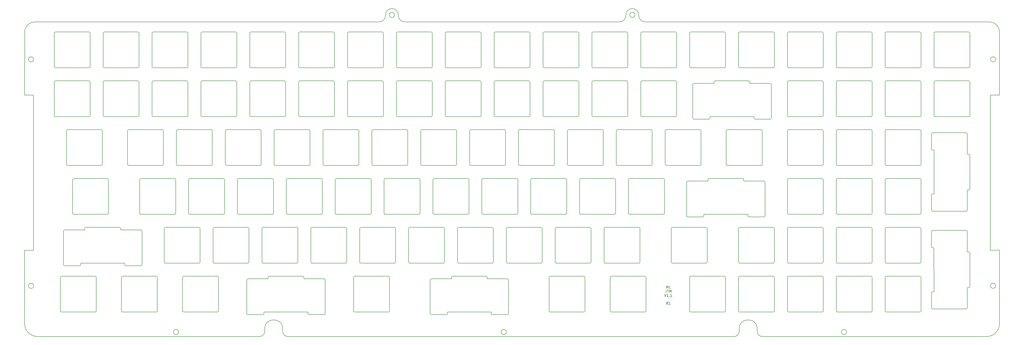
<source format=gbr>
G04 #@! TF.GenerationSoftware,KiCad,Pcbnew,(5.1.4)-1*
G04 #@! TF.CreationDate,2020-08-16T19:18:02-07:00*
G04 #@! TF.ProjectId,Plate,506c6174-652e-46b6-9963-61645f706362,rev?*
G04 #@! TF.SameCoordinates,Original*
G04 #@! TF.FileFunction,Legend,Top*
G04 #@! TF.FilePolarity,Positive*
%FSLAX46Y46*%
G04 Gerber Fmt 4.6, Leading zero omitted, Abs format (unit mm)*
G04 Created by KiCad (PCBNEW (5.1.4)-1) date 2020-08-16 19:18:02*
%MOMM*%
%LPD*%
G04 APERTURE LIST*
%ADD10C,0.200000*%
%ADD11C,0.150000*%
%ADD12C,0.120000*%
G04 APERTURE END LIST*
D10*
X25638000Y-77800200D02*
G75*
G03X25638000Y-77800200I-1000000J0D01*
G01*
X25663400Y-166116000D02*
G75*
G03X25663400Y-166116000I-1000000J0D01*
G01*
X82153000Y-184099200D02*
G75*
G03X82153000Y-184099200I-1000000J0D01*
G01*
X209889600Y-184099200D02*
G75*
G03X209889600Y-184099200I-1000000J0D01*
G01*
X342503000Y-184099200D02*
G75*
G03X342503000Y-184099200I-1000000J0D01*
G01*
X400592800Y-166090600D02*
G75*
G03X400592800Y-166090600I-1000000J0D01*
G01*
X400618200Y-77800200D02*
G75*
G03X400618200Y-77800200I-1000000J0D01*
G01*
X259995111Y-60497821D02*
G75*
G03X259995111Y-60497821I-1000000J0D01*
G01*
X166295129Y-60497821D02*
G75*
G03X166295129Y-60497821I-1000000J0D01*
G01*
X264000000Y-63200000D02*
X398100000Y-63200000D01*
X261499999Y-60499999D02*
X261500000Y-60700000D01*
X256500000Y-60750000D02*
X256490223Y-60500010D01*
X170300000Y-63200000D02*
X254000000Y-63250000D01*
X167799999Y-60499999D02*
X167800000Y-60700000D01*
X162800000Y-60750000D02*
X162790259Y-60499847D01*
X26162000Y-63246000D02*
X160300000Y-63250000D01*
X264000000Y-63200000D02*
G75*
G02X261500000Y-60700000I0J2500000D01*
G01*
X256500000Y-60750000D02*
G75*
G02X254000000Y-63250000I-2500000J0D01*
G01*
X170300000Y-63200000D02*
G75*
G02X167800000Y-60700000I0J2500000D01*
G01*
X162800000Y-60750000D02*
G75*
G02X160300000Y-63250000I-2500000J0D01*
G01*
D11*
X272311904Y-167077380D02*
X272311904Y-166077380D01*
X272645238Y-166791666D01*
X272978571Y-166077380D01*
X272978571Y-167077380D01*
X273930952Y-167077380D02*
X273454761Y-167077380D01*
X273454761Y-166077380D01*
X272240476Y-167727380D02*
X272240476Y-168441666D01*
X272192857Y-168584523D01*
X272097619Y-168679761D01*
X271954761Y-168727380D01*
X271859523Y-168727380D01*
X272573809Y-167727380D02*
X273145238Y-167727380D01*
X272859523Y-168727380D02*
X272859523Y-167727380D01*
X273478571Y-168727380D02*
X273478571Y-167727380D01*
X273811904Y-168441666D01*
X274145238Y-167727380D01*
X274145238Y-168727380D01*
X271526190Y-169377380D02*
X271859523Y-170377380D01*
X272192857Y-169377380D01*
X273050000Y-170377380D02*
X272478571Y-170377380D01*
X272764285Y-170377380D02*
X272764285Y-169377380D01*
X272669047Y-169520238D01*
X272573809Y-169615476D01*
X272478571Y-169663095D01*
X273478571Y-170282142D02*
X273526190Y-170329761D01*
X273478571Y-170377380D01*
X273430952Y-170329761D01*
X273478571Y-170282142D01*
X273478571Y-170377380D01*
X274478571Y-170377380D02*
X273907142Y-170377380D01*
X274192857Y-170377380D02*
X274192857Y-169377380D01*
X274097619Y-169520238D01*
X274002380Y-169615476D01*
X273907142Y-169663095D01*
D10*
X256490223Y-60500010D02*
G75*
G02X261499999Y-60499999I2504888J2189D01*
G01*
X162790259Y-60499847D02*
G75*
G02X167799999Y-60499999I2504870J2026D01*
G01*
X402095110Y-91751363D02*
X402100000Y-67200000D01*
X398100000Y-63200000D02*
G75*
G02X402100000Y-67200000I0J-4000000D01*
G01*
X22162000Y-67246000D02*
X22145123Y-91753523D01*
X22162000Y-67246000D02*
G75*
G02X26162000Y-63246000I4000000J0D01*
G01*
X351970123Y-119222812D02*
X338970117Y-119222760D01*
X66220123Y-81122812D02*
X53220077Y-81122830D01*
X148470077Y-81122830D02*
X161470123Y-81122812D01*
X167520123Y-67122812D02*
X180520142Y-67122803D01*
X47670123Y-86672812D02*
X47670117Y-99672846D01*
X114345123Y-105722812D02*
X114345117Y-118722822D01*
X272295129Y-119222772D02*
X285295123Y-119222812D01*
X119895104Y-119222809D02*
X132895123Y-119222812D01*
X296107629Y-119222772D02*
X309107623Y-119222812D01*
X338970128Y-138272809D02*
X351970123Y-138272812D01*
X358020117Y-138272858D02*
X371020123Y-138272812D01*
X371520102Y-137772843D02*
G75*
G02X371020123Y-138272812I-499974J5D01*
G01*
X115713911Y-182897788D02*
G75*
G02X122713873Y-182897812I3499981J-12D01*
G01*
X115713869Y-182897810D02*
X115713869Y-183897812D01*
X122713876Y-182897810D02*
X122713876Y-183897812D01*
X115713874Y-183897821D02*
G75*
G02X113713873Y-185897812I-1999996J5D01*
G01*
X124713871Y-185897818D02*
G75*
G02X122713873Y-183897812I4J2000002D01*
G01*
X300670111Y-183897840D02*
G75*
G02X298670123Y-185897812I-1999980J8D01*
G01*
X300670115Y-182897810D02*
X300670115Y-183897812D01*
X300670135Y-182897788D02*
G75*
G02X307670123Y-182897812I3499994J-12D01*
G01*
X309670108Y-185897837D02*
G75*
G02X307670123Y-183897812I20J2000005D01*
G01*
X307670114Y-182897810D02*
X307670114Y-183897812D01*
X402095115Y-180897786D02*
G75*
G02X397095123Y-185897812I-5000009J-17D01*
G01*
X27145137Y-185897808D02*
G75*
G02X22145123Y-180897812I-9J5000005D01*
G01*
X124713871Y-185897818D02*
X298670123Y-185897812D01*
X397095123Y-185897812D02*
X309670108Y-185897837D01*
X27145137Y-185897808D02*
X113713873Y-185897812D01*
X352470114Y-137772795D02*
G75*
G02X351970123Y-138272812I-500004J-13D01*
G01*
X285795175Y-118721946D02*
G75*
G02X285295123Y-119222812I-500022J-843D01*
G01*
X163851380Y-162372821D02*
G75*
G02X164351373Y-162872812I1J-499992D01*
G01*
X108700876Y-163872812D02*
X108700876Y-176872809D01*
X150351373Y-162872810D02*
X150351373Y-175872814D01*
X150351364Y-162872805D02*
G75*
G02X150851373Y-162372812I500001J-8D01*
G01*
X115450882Y-176872825D02*
G75*
G02X114950873Y-177372812I-499998J11D01*
G01*
X133076873Y-177372786D02*
G75*
G02X132576873Y-176872812I-13J499987D01*
G01*
X139326875Y-176872809D02*
X139326875Y-163872812D01*
X117513870Y-176372815D02*
X130513874Y-176372815D01*
X109200870Y-177372810D02*
X114950870Y-177372810D01*
X138826875Y-163372816D02*
G75*
G02X139326873Y-163872812I1J-499997D01*
G01*
X164351371Y-175872814D02*
X164351371Y-162872810D01*
X109200866Y-177372809D02*
G75*
G02X108700873Y-176872812I2J499995D01*
G01*
X114950870Y-163372811D02*
X109200870Y-163372811D01*
X108700882Y-163872793D02*
G75*
G02X109200873Y-163372812I499986J-5D01*
G01*
X133076874Y-177372810D02*
X138826874Y-177372810D01*
X163851378Y-162372809D02*
X150851374Y-162372809D01*
X138826874Y-163372811D02*
X133076874Y-163372811D01*
X139326889Y-176872802D02*
G75*
G02X138826873Y-177372812I-500013J3D01*
G01*
X164351394Y-175872807D02*
G75*
G02X163851373Y-176372812I-500013J8D01*
G01*
X130513886Y-162372827D02*
G75*
G02X131013873Y-162872812I1J-499986D01*
G01*
X130513874Y-162372809D02*
X117513870Y-162372809D01*
X117013870Y-162872811D02*
G75*
G02X117513873Y-162372812I500001J-2D01*
G01*
X84176360Y-176372803D02*
G75*
G02X83676373Y-175872812I2J499989D01*
G01*
X59076374Y-143322814D02*
X46076373Y-143322814D01*
X45576366Y-143822801D02*
G75*
G02X46076373Y-143322812I499998J-9D01*
G01*
X77032623Y-157322813D02*
X90032623Y-157322813D01*
X61639373Y-158322815D02*
X67389374Y-158322815D01*
X95582614Y-143822799D02*
G75*
G02X96082623Y-143322812I499998J-11D01*
G01*
X61639353Y-158322820D02*
G75*
G02X61139373Y-157822812I14J499994D01*
G01*
X67389385Y-144322820D02*
G75*
G02X67889373Y-144822812I-2J-499990D01*
G01*
X357520163Y-124772812D02*
G75*
G02X358020123Y-124272812I499980J20D01*
G01*
X37263370Y-144822805D02*
G75*
G02X37763373Y-144322812I499998J-5D01*
G01*
X59076382Y-143322817D02*
G75*
G02X59576373Y-143822812I-2J-499993D01*
G01*
X37763373Y-158322815D02*
X43513373Y-158322815D01*
X95582624Y-143822815D02*
X95582624Y-156822812D01*
X371520129Y-137772810D02*
X371520129Y-124772813D01*
X351970134Y-124272812D02*
X338970122Y-124272812D01*
X90532624Y-156822812D02*
X90532624Y-143822815D01*
X338470129Y-124772813D02*
X338470129Y-137772810D01*
X76532619Y-143822804D02*
G75*
G02X77032623Y-143322812I499998J-6D01*
G01*
X67889369Y-157822836D02*
G75*
G02X67389373Y-158322812I-499986J10D01*
G01*
X37263373Y-144822810D02*
X37263373Y-157822814D01*
X43513373Y-144322809D02*
X37763373Y-144322809D01*
X76532622Y-143822815D02*
X76532622Y-156822812D01*
X358020117Y-138272858D02*
G75*
G02X357520123Y-137772812I26J500020D01*
G01*
X90032635Y-143322820D02*
G75*
G02X90532623Y-143822812I-2J-499990D01*
G01*
X371020148Y-124272797D02*
G75*
G02X371520123Y-124772812I-20J-499995D01*
G01*
X338970128Y-138272809D02*
G75*
G02X338470123Y-137772812I-4J500001D01*
G01*
X67389374Y-144322809D02*
X61639373Y-144322809D01*
X319920141Y-138272822D02*
G75*
G02X319420123Y-137772812I-4J500014D01*
G01*
X90532619Y-156822836D02*
G75*
G02X90032623Y-157322812I-499986J10D01*
G01*
X67889375Y-157822814D02*
X67889375Y-144822810D01*
X37763354Y-158322821D02*
G75*
G02X37263373Y-157822812I14J499995D01*
G01*
X352470127Y-137772810D02*
X352470127Y-124772813D01*
X357520131Y-124772813D02*
X357520131Y-137772810D01*
X77032603Y-157322820D02*
G75*
G02X76532623Y-156822812I14J499994D01*
G01*
X338470114Y-124772823D02*
G75*
G02X338970123Y-124272812I500010J1D01*
G01*
X351970100Y-124272809D02*
G75*
G02X352470123Y-124772812I10J-500013D01*
G01*
X319920120Y-138272811D02*
X332920132Y-138272811D01*
X371020136Y-124272812D02*
X358020124Y-124272812D01*
X333420126Y-137772807D02*
G75*
G02X332920123Y-138272812I-500004J-1D01*
G01*
X109082622Y-143322814D02*
X96082625Y-143322814D01*
X90032623Y-143322814D02*
X77032623Y-143322814D01*
X44013370Y-157822837D02*
G75*
G02X43513373Y-158322812I-499986J11D01*
G01*
X46076373Y-157322813D02*
X59076374Y-157322813D01*
X252745127Y-105722738D02*
G75*
G02X253245123Y-105222812I499961J-35D01*
G01*
X266245173Y-105222784D02*
G75*
G02X266745123Y-105722812I-39J-499989D01*
G01*
X247695139Y-118722844D02*
G75*
G02X247195123Y-119222812I-499992J24D01*
G01*
X233695139Y-105722750D02*
G75*
G02X234195123Y-105222812I499961J-23D01*
G01*
X228645151Y-118722856D02*
G75*
G02X228145123Y-119222812I-499992J36D01*
G01*
X209095164Y-105222775D02*
G75*
G02X209595123Y-105722812I-39J-499998D01*
G01*
X190545124Y-118722811D02*
X190545124Y-105722811D01*
X253245080Y-119222785D02*
G75*
G02X252745123Y-118722812I8J499965D01*
G01*
X247695116Y-118722811D02*
X247695116Y-105722811D01*
X295607614Y-105722787D02*
G75*
G02X296107623Y-105222812I499992J-17D01*
G01*
X266245124Y-105222810D02*
X253245128Y-105222810D01*
X247195186Y-105222797D02*
G75*
G02X247695123Y-105722812I-39J-499976D01*
G01*
X247195122Y-105222810D02*
X234195126Y-105222810D01*
X309107661Y-105222834D02*
G75*
G02X309607623Y-105722812I-8J-499970D01*
G01*
X215145123Y-119222812D02*
X228145120Y-119222812D01*
X295607624Y-105722811D02*
X295607624Y-118722811D01*
X309607675Y-118721946D02*
G75*
G02X309107623Y-119222812I-500022J-843D01*
G01*
X252745119Y-105722811D02*
X252745119Y-118722811D01*
X228145198Y-105222809D02*
G75*
G02X228645123Y-105722812I-39J-499964D01*
G01*
X209595126Y-118722811D02*
X209595126Y-105722811D01*
X272295129Y-119222772D02*
G75*
G02X271795123Y-118722812I-23J499983D01*
G01*
X285295161Y-105222834D02*
G75*
G02X285795123Y-105722812I-8J-499970D01*
G01*
X234195092Y-119222797D02*
G75*
G02X233695123Y-118722812I8J499977D01*
G01*
X215145104Y-119222809D02*
G75*
G02X214645123Y-118722812I8J499989D01*
G01*
X196095121Y-119222812D02*
X209095118Y-119222812D01*
X271795114Y-105722787D02*
G75*
G02X272295123Y-105222812I499992J-17D01*
G01*
X214645130Y-105722811D02*
X214645130Y-118722811D01*
X209095118Y-105222810D02*
X196095121Y-105222810D01*
X233695117Y-105722811D02*
X233695117Y-118722811D01*
X285295126Y-105222810D02*
X272295130Y-105222810D01*
X177045113Y-119222818D02*
G75*
G02X176545123Y-118722812I8J499998D01*
G01*
X209595117Y-118722822D02*
G75*
G02X209095123Y-119222812I-499992J2D01*
G01*
X309607622Y-118722811D02*
X309607622Y-105722811D01*
X266745118Y-118722811D02*
X266745118Y-105722811D01*
X214645151Y-105722762D02*
G75*
G02X215145123Y-105222812I499961J-11D01*
G01*
X271795121Y-105722811D02*
X271795121Y-118722811D01*
X196095101Y-119222806D02*
G75*
G02X195595123Y-118722812I8J499986D01*
G01*
X228645128Y-118722811D02*
X228645128Y-105722811D01*
X195595148Y-105722759D02*
G75*
G02X196095123Y-105222812I499961J-14D01*
G01*
X195595128Y-105722811D02*
X195595128Y-118722811D01*
X177045119Y-119222812D02*
X190045116Y-119222812D01*
X190545129Y-118722834D02*
G75*
G02X190045123Y-119222812I-499992J14D01*
G01*
X190045176Y-105222787D02*
G75*
G02X190545123Y-105722812I-39J-499986D01*
G01*
X190045116Y-105222810D02*
X177045119Y-105222810D01*
X176545160Y-105722771D02*
G75*
G02X177045123Y-105222812I499961J-2D01*
G01*
X176545126Y-105722811D02*
X176545126Y-118722811D01*
X157995110Y-119222815D02*
G75*
G02X157495123Y-118722812I8J499995D01*
G01*
X296107629Y-119222772D02*
G75*
G02X295607623Y-118722812I-23J499983D01*
G01*
X285795120Y-118722811D02*
X285795120Y-105722811D01*
X157995117Y-119222812D02*
X170995129Y-119222812D01*
X266745126Y-118722831D02*
G75*
G02X266245123Y-119222812I-499992J11D01*
G01*
X171495126Y-118722831D02*
G75*
G02X170995123Y-119222812I-499992J11D01*
G01*
X228145120Y-105222810D02*
X215145123Y-105222810D01*
X309107629Y-105222810D02*
X296107617Y-105222810D01*
X234195126Y-119222812D02*
X247195122Y-119222812D01*
X253245128Y-119222812D02*
X266245124Y-119222812D01*
X38932603Y-119222808D02*
G75*
G02X38432623Y-118722812I8J499988D01*
G01*
X38932623Y-119222812D02*
X51932623Y-119222812D01*
X52432634Y-118722839D02*
G75*
G02X51932623Y-119222812I-499992J19D01*
G01*
X138445122Y-105722811D02*
X138445122Y-118722811D01*
X113845164Y-105222775D02*
G75*
G02X114345123Y-105722812I-39J-499998D01*
G01*
X113845122Y-105222810D02*
X100845126Y-105222810D01*
X81795124Y-119222812D02*
X94795120Y-119222812D01*
X152445123Y-118722828D02*
G75*
G02X151945123Y-119222812I-499992J8D01*
G01*
X170995173Y-105222784D02*
G75*
G02X171495123Y-105722812I-39J-499989D01*
G01*
X157495157Y-105722768D02*
G75*
G02X157995123Y-105222812I499961J-5D01*
G01*
X151945127Y-105222810D02*
X138945123Y-105222810D01*
X152445120Y-118722811D02*
X152445120Y-105722811D01*
X114345117Y-118722822D02*
G75*
G02X113845123Y-119222812I-499992J2D01*
G01*
X151945170Y-105222781D02*
G75*
G02X152445123Y-105722812I-39J-499992D01*
G01*
X100345148Y-105722759D02*
G75*
G02X100845123Y-105222812I499961J-14D01*
G01*
X100345125Y-105722811D02*
X100345125Y-118722811D01*
X94795176Y-105222787D02*
G75*
G02X95295123Y-105722812I-39J-499986D01*
G01*
X62745122Y-119222812D02*
X75745122Y-119222812D01*
X75745181Y-105222792D02*
G75*
G02X76245123Y-105722812I-39J-499981D01*
G01*
X133395120Y-118722825D02*
G75*
G02X132895123Y-119222812I-499992J5D01*
G01*
X75745122Y-105222810D02*
X62745122Y-105222810D01*
X138945123Y-119222812D02*
X151945127Y-119222812D01*
X170995129Y-105222810D02*
X157995117Y-105222810D01*
X132895124Y-105222810D02*
X119895120Y-105222810D01*
X95295129Y-118722834D02*
G75*
G02X94795123Y-119222812I-499992J14D01*
G01*
X62245122Y-105722811D02*
X62245122Y-118722811D01*
X62245150Y-105722761D02*
G75*
G02X62745123Y-105222812I499961J-12D01*
G01*
X171495122Y-118722811D02*
X171495122Y-105722811D01*
X157495124Y-105722811D02*
X157495124Y-118722811D01*
X95295121Y-118722811D02*
X95295121Y-105722811D01*
X132895167Y-105222778D02*
G75*
G02X133395123Y-105722812I-39J-499995D01*
G01*
X76245134Y-118722839D02*
G75*
G02X75745123Y-119222812I-499992J19D01*
G01*
X81295123Y-105722811D02*
X81295123Y-118722811D01*
X138945107Y-119222812D02*
G75*
G02X138445123Y-118722812I8J499992D01*
G01*
X100845101Y-119222806D02*
G75*
G02X100345123Y-118722812I8J499986D01*
G01*
X119895104Y-119222809D02*
G75*
G02X119395123Y-118722812I8J499989D01*
G01*
X81795098Y-119222803D02*
G75*
G02X81295123Y-118722812I8J499983D01*
G01*
X94795120Y-105222810D02*
X81795124Y-105222810D01*
X62745103Y-119222808D02*
G75*
G02X62245123Y-118722812I8J499988D01*
G01*
X76245123Y-118722811D02*
X76245123Y-105722811D01*
X133395125Y-118722811D02*
X133395125Y-105722811D01*
X119395119Y-105722811D02*
X119395119Y-118722811D01*
X119395151Y-105722762D02*
G75*
G02X119895123Y-105222812I499961J-11D01*
G01*
X100845126Y-119222812D02*
X113845122Y-119222812D01*
X138445154Y-105722765D02*
G75*
G02X138945123Y-105222812I499961J-8D01*
G01*
X81295145Y-105722756D02*
G75*
G02X81795123Y-105222812I499961J-17D01*
G01*
X282532123Y-87672811D02*
X282532123Y-100672811D01*
X338970104Y-100172773D02*
G75*
G02X338470123Y-99672812I-10J499971D01*
G01*
X38432623Y-105722811D02*
X38432623Y-118722811D01*
X38432650Y-105722761D02*
G75*
G02X38932623Y-105222812I499961J-12D01*
G01*
X288782117Y-87172812D02*
X283032117Y-87172812D01*
X313158122Y-100672811D02*
X313158122Y-87672811D01*
X304345136Y-86172833D02*
G75*
G02X304845123Y-86672812I4J-499983D01*
G01*
X262770129Y-100172810D02*
X275770125Y-100172810D01*
X377070080Y-100172809D02*
G75*
G02X376570123Y-99672812I20J499977D01*
G01*
X319420127Y-86672811D02*
X319420127Y-99672813D01*
X351970134Y-86172812D02*
X338970122Y-86172812D01*
X376570126Y-86672763D02*
G75*
G02X377070123Y-86172812I499974J-23D01*
G01*
X371020136Y-86172812D02*
X358020124Y-86172812D01*
X357520138Y-86672775D02*
G75*
G02X358020123Y-86172812I499974J-11D01*
G01*
X282532102Y-87672799D02*
G75*
G02X283032123Y-87172812I500004J-17D01*
G01*
X312658185Y-87172822D02*
G75*
G02X313158123Y-87672812I-26J-499964D01*
G01*
X352470127Y-99672813D02*
X352470127Y-86672811D01*
X390070138Y-86172812D02*
X377070126Y-86172812D01*
X338470090Y-86672787D02*
G75*
G02X338970123Y-86172812I500004J-29D01*
G01*
X338970122Y-100172810D02*
X351970134Y-100172810D01*
X319920116Y-100172785D02*
G75*
G02X319420123Y-99672812I-10J499983D01*
G01*
X390070173Y-86172810D02*
G75*
G02X390570123Y-86672812I-26J-499976D01*
G01*
X377070126Y-100172810D02*
X390070138Y-100172810D01*
X390570127Y-99672856D02*
G75*
G02X390070123Y-100172812I-499980J24D01*
G01*
X371520139Y-99672868D02*
G75*
G02X371020123Y-100172812I-499980J36D01*
G01*
X319920120Y-100172810D02*
X332920132Y-100172810D01*
X338470129Y-86672811D02*
X338470129Y-99672813D01*
X333420125Y-99672813D02*
X333420125Y-86672811D01*
X306908093Y-101172822D02*
G75*
G02X306408123Y-100672812I20J499990D01*
G01*
X306908128Y-101172812D02*
X312658129Y-101172812D01*
X312658129Y-87172812D02*
X306908128Y-87172812D01*
X332920132Y-86172812D02*
X319920120Y-86172812D01*
X291345117Y-100172810D02*
X304345128Y-100172810D01*
X290845090Y-86672787D02*
G75*
G02X291345123Y-86172812I500004J-29D01*
G01*
X358020092Y-100172821D02*
G75*
G02X357520123Y-99672812I20J499989D01*
G01*
X376570133Y-86672811D02*
X376570133Y-99672813D01*
X51932623Y-105222810D02*
X38932623Y-105222810D01*
X52432624Y-118722811D02*
X52432624Y-105722811D01*
X51932681Y-105222792D02*
G75*
G02X52432623Y-105722812I-39J-499981D01*
G01*
X371520129Y-99672813D02*
X371520129Y-86672811D01*
X390570131Y-99672813D02*
X390570131Y-86672811D01*
X358020124Y-100172810D02*
X371020136Y-100172810D01*
X371020185Y-86172822D02*
G75*
G02X371520123Y-86672812I-26J-499964D01*
G01*
X352470150Y-99672819D02*
G75*
G02X351970123Y-100172812I-500010J17D01*
G01*
X332920149Y-86172846D02*
G75*
G02X333420123Y-86672812I4J-499970D01*
G01*
X319420102Y-86672799D02*
G75*
G02X319920123Y-86172812I500004J-17D01*
G01*
X289282162Y-100672831D02*
G75*
G02X288782123Y-101172812I-500010J29D01*
G01*
X304345128Y-86172812D02*
X291345117Y-86172812D01*
X262770092Y-100172821D02*
G75*
G02X262270123Y-99672812I20J499989D01*
G01*
X276270139Y-99672868D02*
G75*
G02X275770123Y-100172812I-499980J36D01*
G01*
X276270119Y-99672813D02*
X276270119Y-86672811D01*
X275770185Y-86172822D02*
G75*
G02X276270123Y-86672812I-26J-499964D01*
G01*
X275770125Y-86172812D02*
X262770129Y-86172812D01*
X262270138Y-86672775D02*
G75*
G02X262770123Y-86172812I499974J-11D01*
G01*
X262270120Y-86672811D02*
X262270120Y-99672813D01*
X357520131Y-86672811D02*
X357520131Y-99672813D01*
X333420163Y-99672832D02*
G75*
G02X332920123Y-100172812I-500010J30D01*
G01*
X243720127Y-100172810D02*
X256720123Y-100172810D01*
X283032117Y-101172812D02*
X288782117Y-101172812D01*
X243720104Y-100172773D02*
G75*
G02X243220123Y-99672812I-10J499971D01*
G01*
X257220150Y-99672819D02*
G75*
G02X256720123Y-100172812I-500010J17D01*
G01*
X351970136Y-86172833D02*
G75*
G02X352470123Y-86672812I4J-499983D01*
G01*
X313158139Y-100672868D02*
G75*
G02X312658123Y-101172812I-499980J36D01*
G01*
X283032116Y-101172785D02*
G75*
G02X282532123Y-100672812I-10J499983D01*
G01*
X205620122Y-100172810D02*
X218620119Y-100172810D01*
X257220117Y-99672813D02*
X257220117Y-86672811D01*
X186070127Y-86672811D02*
X186070127Y-99672813D01*
X181020108Y-99672837D02*
G75*
G02X180520123Y-100172812I-499980J5D01*
G01*
X199570117Y-86172812D02*
X186570120Y-86172812D01*
X238170163Y-99672832D02*
G75*
G02X237670123Y-100172812I-500010J30D01*
G01*
X147970135Y-86672772D02*
G75*
G02X148470123Y-86172812I499974J-14D01*
G01*
X205120144Y-86672781D02*
G75*
G02X205620123Y-86172812I499974J-5D01*
G01*
X167020138Y-86672775D02*
G75*
G02X167520123Y-86172812I499974J-11D01*
G01*
X243220118Y-86672811D02*
X243220118Y-99672813D01*
X218620130Y-86172827D02*
G75*
G02X219120123Y-86672812I4J-499989D01*
G01*
X205120129Y-86672811D02*
X205120129Y-99672813D01*
X142920117Y-99672846D02*
G75*
G02X142420123Y-100172812I-499980J14D01*
G01*
X180520130Y-86172812D02*
X167520118Y-86172812D01*
X219120144Y-99672813D02*
G75*
G02X218620123Y-100172812I-500010J11D01*
G01*
X218620119Y-86172812D02*
X205620122Y-86172812D01*
X199570157Y-86172794D02*
G75*
G02X200070123Y-86672812I-26J-499992D01*
G01*
X129420101Y-100172830D02*
G75*
G02X128920123Y-99672812I20J499998D01*
G01*
X142920126Y-99672813D02*
X142920126Y-86672811D01*
X224670116Y-100172785D02*
G75*
G02X224170123Y-99672812I-10J499983D01*
G01*
X186570095Y-100172824D02*
G75*
G02X186070123Y-99672812I20J499992D01*
G01*
X129420121Y-100172810D02*
X142420125Y-100172810D01*
X237670149Y-86172846D02*
G75*
G02X238170123Y-86672812I4J-499970D01*
G01*
X128920120Y-86672811D02*
X128920120Y-99672813D01*
X110370127Y-100172810D02*
X123370123Y-100172810D01*
X224170116Y-86672811D02*
X224170116Y-99672813D01*
X123870114Y-99672843D02*
G75*
G02X123370123Y-100172812I-499980J11D01*
G01*
X161470151Y-86172788D02*
G75*
G02X161970123Y-86672812I-26J-499998D01*
G01*
X123370160Y-86172797D02*
G75*
G02X123870123Y-86672812I-26J-499989D01*
G01*
X256720136Y-86172833D02*
G75*
G02X257220123Y-86672812I4J-499983D01*
G01*
X128920147Y-86672784D02*
G75*
G02X129420123Y-86172812I499974J-2D01*
G01*
X205620098Y-100172827D02*
G75*
G02X205120123Y-99672812I20J499995D01*
G01*
X167520118Y-100172810D02*
X180520130Y-100172810D01*
X237670121Y-86172812D02*
X224670125Y-86172812D01*
X200070125Y-99672813D02*
X200070125Y-86672811D01*
X161470128Y-86172812D02*
X148470124Y-86172812D01*
X142420163Y-86172800D02*
G75*
G02X142920123Y-86672812I-26J-499986D01*
G01*
X200070111Y-99672840D02*
G75*
G02X199570123Y-100172812I-499980J8D01*
G01*
X110370098Y-100172827D02*
G75*
G02X109870123Y-99672812I20J499995D01*
G01*
X123870124Y-99672813D02*
X123870124Y-86672811D01*
X123370123Y-86172812D02*
X110370127Y-86172812D01*
X238170130Y-99672813D02*
X238170130Y-86672811D01*
X186070141Y-86672778D02*
G75*
G02X186570123Y-86172812I499974J-8D01*
G01*
X161970105Y-99672834D02*
G75*
G02X161470123Y-100172812I-499980J2D01*
G01*
X142420125Y-86172812D02*
X129420121Y-86172812D01*
X109870144Y-86672781D02*
G75*
G02X110370123Y-86172812I499974J-5D01*
G01*
X109870126Y-86672811D02*
X109870126Y-99672813D01*
X91320095Y-100172824D02*
G75*
G02X90820123Y-99672812I20J499992D01*
G01*
X91320125Y-100172810D02*
X104320121Y-100172810D01*
X224670125Y-100172810D02*
X237670121Y-100172810D01*
X104820111Y-99672840D02*
G75*
G02X104320123Y-100172812I-499980J8D01*
G01*
X104820122Y-99672813D02*
X104820122Y-86672811D01*
X256720123Y-86172812D02*
X243720127Y-86172812D01*
X186570120Y-100172810D02*
X199570117Y-100172810D01*
X180520154Y-86172791D02*
G75*
G02X181020123Y-86672812I-26J-499995D01*
G01*
X167020125Y-86672811D02*
X167020125Y-99672813D01*
X148470124Y-100172810D02*
X161470128Y-100172810D01*
X161970121Y-99672813D02*
X161970121Y-86672811D01*
X243220090Y-86672787D02*
G75*
G02X243720123Y-86172812I500004J-29D01*
G01*
X167520092Y-100172821D02*
G75*
G02X167020123Y-99672812I20J499989D01*
G01*
X224170102Y-86672799D02*
G75*
G02X224670123Y-86172812I500004J-17D01*
G01*
X148470089Y-100172818D02*
G75*
G02X147970123Y-99672812I20J499986D01*
G01*
X181020123Y-99672813D02*
X181020123Y-86672811D01*
X219120127Y-99672813D02*
X219120127Y-86672811D01*
X85270162Y-86172799D02*
G75*
G02X85770123Y-86672812I-26J-499987D01*
G01*
X357520126Y-67622787D02*
G75*
G02X358020123Y-67122812I499986J-11D01*
G01*
X52720135Y-86672772D02*
G75*
G02X53220123Y-86172812I499974J-14D01*
G01*
X390070161Y-67122822D02*
G75*
G02X390570123Y-67622812I-14J-499976D01*
G01*
X71770122Y-86672811D02*
X71770122Y-99672813D01*
X333420125Y-80622811D02*
X333420125Y-67622812D01*
X104320157Y-86172794D02*
G75*
G02X104820123Y-86672812I-26J-499992D01*
G01*
X71770131Y-86672768D02*
G75*
G02X72270123Y-86172812I499974J-18D01*
G01*
X376570133Y-67622812D02*
X376570133Y-80622811D01*
X352470127Y-80622811D02*
X352470127Y-67622812D01*
X66720120Y-99672849D02*
G75*
G02X66220123Y-100172812I-499980J17D01*
G01*
X319920120Y-81122812D02*
X332920132Y-81122812D01*
X34170086Y-100172815D02*
G75*
G02X33670123Y-99672812I20J499983D01*
G01*
X390570115Y-80622868D02*
G75*
G02X390070123Y-81122812I-499968J24D01*
G01*
X47170163Y-86172800D02*
G75*
G02X47670123Y-86672812I-26J-499986D01*
G01*
X377070068Y-81122821D02*
G75*
G02X376570123Y-80622812I32J499977D01*
G01*
X351970134Y-67122812D02*
X338970122Y-67122812D01*
X338470078Y-67622799D02*
G75*
G02X338970123Y-67122812I500016J-29D01*
G01*
X371520129Y-80622811D02*
X371520129Y-67622812D01*
X72270085Y-100172814D02*
G75*
G02X71770123Y-99672812I20J499982D01*
G01*
X319420090Y-67622811D02*
G75*
G02X319920123Y-67122812I500016J-17D01*
G01*
X90820124Y-86672811D02*
X90820124Y-99672813D01*
X53220122Y-100172810D02*
X66220125Y-100172810D01*
X358020080Y-81122833D02*
G75*
G02X357520123Y-80622812I32J499989D01*
G01*
X332920137Y-67122858D02*
G75*
G02X333420123Y-67622812I16J-499970D01*
G01*
X300870056Y-81122809D02*
G75*
G02X300370123Y-80622812I32J499965D01*
G01*
X104320121Y-86172812D02*
X91320125Y-86172812D01*
X85770124Y-99672813D02*
X85770124Y-86672811D01*
X90820141Y-86672778D02*
G75*
G02X91320123Y-86172812I499974J-8D01*
G01*
X53220089Y-100172818D02*
G75*
G02X52720123Y-99672812I20J499986D01*
G01*
X66720122Y-99672813D02*
X66720122Y-86672811D01*
X34170123Y-100172810D02*
X47170122Y-100172810D01*
X371520127Y-80622880D02*
G75*
G02X371020123Y-81122812I-499968J36D01*
G01*
X66220166Y-86172803D02*
G75*
G02X66720123Y-86672812I-26J-499983D01*
G01*
X33670132Y-86672769D02*
G75*
G02X34170123Y-86172812I499974J-17D01*
G01*
X377070126Y-81122812D02*
X390070138Y-81122812D01*
X371020173Y-67122834D02*
G75*
G02X371520123Y-67622812I-14J-499964D01*
G01*
X358020124Y-81122812D02*
X371020136Y-81122812D01*
X85270123Y-86172812D02*
X72270123Y-86172812D01*
X390570131Y-80622811D02*
X390570131Y-67622812D01*
X338970092Y-81122785D02*
G75*
G02X338470123Y-80622812I2J499971D01*
G01*
X338970122Y-81122812D02*
X351970134Y-81122812D01*
X352470138Y-80622831D02*
G75*
G02X351970123Y-81122812I-499998J17D01*
G01*
X351970124Y-67122845D02*
G75*
G02X352470123Y-67622812I16J-499983D01*
G01*
X338470129Y-67622812D02*
X338470129Y-80622811D01*
X333420151Y-80622844D02*
G75*
G02X332920123Y-81122812I-499998J30D01*
G01*
X319420127Y-67622812D02*
X319420127Y-80622811D01*
X300870118Y-81122812D02*
X313870129Y-81122812D01*
X314370102Y-80622855D02*
G75*
G02X313870123Y-81122812I-499968J11D01*
G01*
X314370123Y-80622811D02*
X314370123Y-67622812D01*
X47170122Y-86172812D02*
X34170123Y-86172812D01*
X85770116Y-99672845D02*
G75*
G02X85270123Y-100172812I-499980J13D01*
G01*
X313870148Y-67122809D02*
G75*
G02X314370123Y-67622812I-14J-499989D01*
G01*
X390070138Y-67122812D02*
X377070126Y-67122812D01*
X72270123Y-100172810D02*
X85270123Y-100172810D01*
X313870129Y-67122812D02*
X300870118Y-67122812D01*
X371020136Y-67122812D02*
X358020124Y-67122812D01*
X319920104Y-81122797D02*
G75*
G02X319420123Y-80622812I2J499983D01*
G01*
X332920132Y-67122812D02*
X319920120Y-67122812D01*
X376570114Y-67622775D02*
G75*
G02X377070123Y-67122812I499986J-23D01*
G01*
X47670117Y-99672846D02*
G75*
G02X47170123Y-100172812I-499980J14D01*
G01*
X357520131Y-67622812D02*
X357520131Y-80622811D01*
X66220125Y-86172812D02*
X53220122Y-86172812D01*
X281820068Y-81122821D02*
G75*
G02X281320123Y-80622812I32J499977D01*
G01*
X186570120Y-81122812D02*
X199570117Y-81122812D01*
X276270127Y-80622880D02*
G75*
G02X275770123Y-81122812I-499968J36D01*
G01*
X243220078Y-67622799D02*
G75*
G02X243720123Y-67122812I500016J-29D01*
G01*
X295320121Y-80622811D02*
X295320121Y-67622812D01*
X224670125Y-81122812D02*
X237670121Y-81122812D01*
X295320115Y-80622868D02*
G75*
G02X294820123Y-81122812I-499968J24D01*
G01*
X262270126Y-67622787D02*
G75*
G02X262770123Y-67122812I499986J-11D01*
G01*
X167520080Y-81122833D02*
G75*
G02X167020123Y-80622812I32J499989D01*
G01*
X186070127Y-67622812D02*
X186070127Y-80622811D01*
X281320114Y-67622775D02*
G75*
G02X281820123Y-67122812I499986J-23D01*
G01*
X167520118Y-81122812D02*
X180520130Y-81122812D01*
X276270119Y-80622811D02*
X276270119Y-67622812D01*
X256720124Y-67122845D02*
G75*
G02X257220123Y-67622812I16J-499983D01*
G01*
X262270120Y-67622812D02*
X262270120Y-80622811D01*
X257220138Y-80622831D02*
G75*
G02X256720123Y-81122812I-499998J17D01*
G01*
X180520142Y-67122803D02*
G75*
G02X181020123Y-67622812I-14J-499995D01*
G01*
X167020125Y-67622812D02*
X167020125Y-80622811D01*
X237670121Y-67122812D02*
X224670125Y-67122812D01*
X205620122Y-81122812D02*
X218620119Y-81122812D01*
X294820127Y-67122812D02*
X281820116Y-67122812D01*
X238170151Y-80622844D02*
G75*
G02X237670123Y-81122812I-499998J30D01*
G01*
X186570083Y-81122836D02*
G75*
G02X186070123Y-80622812I32J499992D01*
G01*
X161970093Y-80622846D02*
G75*
G02X161470123Y-81122812I-499968J2D01*
G01*
X200070099Y-80622852D02*
G75*
G02X199570123Y-81122812I-499968J8D01*
G01*
X294820161Y-67122822D02*
G75*
G02X295320123Y-67622812I-14J-499976D01*
G01*
X300370124Y-67622812D02*
X300370124Y-80622811D01*
X281320122Y-67622812D02*
X281320122Y-80622811D01*
X205120132Y-67622793D02*
G75*
G02X205620123Y-67122812I499986J-5D01*
G01*
X275770173Y-67122834D02*
G75*
G02X276270123Y-67622812I-14J-499964D01*
G01*
X237670137Y-67122858D02*
G75*
G02X238170123Y-67622812I16J-499970D01*
G01*
X218620118Y-67122839D02*
G75*
G02X219120123Y-67622812I16J-499989D01*
G01*
X262770080Y-81122833D02*
G75*
G02X262270123Y-80622812I32J499989D01*
G01*
X243720127Y-81122812D02*
X256720123Y-81122812D01*
X257220117Y-80622811D02*
X257220117Y-67622812D01*
X224170090Y-67622811D02*
G75*
G02X224670123Y-67122812I500016J-17D01*
G01*
X238170130Y-80622811D02*
X238170130Y-67622812D01*
X281820116Y-81122812D02*
X294820127Y-81122812D01*
X256720123Y-67122812D02*
X243720127Y-67122812D01*
X219120127Y-80622811D02*
X219120127Y-67622812D01*
X205120129Y-67622812D02*
X205120129Y-80622811D01*
X200070125Y-80622811D02*
X200070125Y-67622812D01*
X218620119Y-67122812D02*
X205620122Y-67122812D01*
X205620086Y-81122839D02*
G75*
G02X205120123Y-80622812I32J499995D01*
G01*
X199570145Y-67122806D02*
G75*
G02X200070123Y-67622812I-14J-499992D01*
G01*
X199570117Y-67122812D02*
X186570120Y-67122812D01*
X186070129Y-67622790D02*
G75*
G02X186570123Y-67122812I499986J-8D01*
G01*
X181020096Y-80622849D02*
G75*
G02X180520123Y-81122812I-499968J5D01*
G01*
X181020123Y-80622811D02*
X181020123Y-67622812D01*
X243720092Y-81122785D02*
G75*
G02X243220123Y-80622812I2J499971D01*
G01*
X300370102Y-67622763D02*
G75*
G02X300870123Y-67122812I499986J-35D01*
G01*
X167020126Y-67622787D02*
G75*
G02X167520123Y-67122812I499986J-11D01*
G01*
X243220118Y-67622812D02*
X243220118Y-80622811D01*
X148470077Y-81122830D02*
G75*
G02X147970123Y-80622812I32J499986D01*
G01*
X161970121Y-80622811D02*
X161970121Y-67622812D01*
X224170116Y-67622812D02*
X224170116Y-80622811D01*
X161470139Y-67122800D02*
G75*
G02X161970123Y-67622812I-14J-499998D01*
G01*
X161470128Y-67122812D02*
X148470124Y-67122812D01*
X224670104Y-81122797D02*
G75*
G02X224170123Y-80622812I2J499983D01*
G01*
X275770125Y-67122812D02*
X262770129Y-67122812D01*
X219120132Y-80622825D02*
G75*
G02X218620123Y-81122812I-499998J11D01*
G01*
X262770129Y-81122812D02*
X275770125Y-81122812D01*
X142420151Y-67122812D02*
G75*
G02X142920123Y-67622812I-14J-499986D01*
G01*
X128920135Y-67622796D02*
G75*
G02X129420123Y-67122812I499986J-2D01*
G01*
X91320125Y-81122812D02*
X104320121Y-81122812D01*
X104820099Y-80622852D02*
G75*
G02X104320123Y-81122812I-499968J8D01*
G01*
X90820129Y-67622790D02*
G75*
G02X91320123Y-67122812I499986J-8D01*
G01*
X147970123Y-67622812D02*
X147970123Y-80622811D01*
X142920105Y-80622858D02*
G75*
G02X142420123Y-81122812I-499968J14D01*
G01*
X104820122Y-80622811D02*
X104820122Y-67622812D01*
X72270123Y-81122812D02*
X85270123Y-81122812D01*
X129420089Y-81122842D02*
G75*
G02X128920123Y-80622812I32J499998D01*
G01*
X109870126Y-67622812D02*
X109870126Y-80622811D01*
X129420121Y-81122812D02*
X142420125Y-81122812D01*
X104320145Y-67122806D02*
G75*
G02X104820123Y-67622812I-14J-499992D01*
G01*
X71770119Y-67622780D02*
G75*
G02X72270123Y-67122812I499986J-18D01*
G01*
X66220125Y-67122812D02*
X53220122Y-67122812D01*
X34170123Y-81122812D02*
X47170122Y-81122812D01*
X128920120Y-67622812D02*
X128920120Y-80622811D01*
X66720108Y-80622861D02*
G75*
G02X66220123Y-81122812I-499968J17D01*
G01*
X147970123Y-67622784D02*
G75*
G02X148470123Y-67122812I499986J-14D01*
G01*
X123870102Y-80622855D02*
G75*
G02X123370123Y-81122812I-499968J11D01*
G01*
X66220154Y-67122815D02*
G75*
G02X66720123Y-67622812I-14J-499983D01*
G01*
X90820124Y-67622812D02*
X90820124Y-80622811D01*
X47170151Y-67122812D02*
G75*
G02X47670123Y-67622812I-14J-499986D01*
G01*
X66720122Y-80622811D02*
X66720122Y-67622812D01*
X33670123Y-67622812D02*
X33670123Y-80622811D01*
X91320083Y-81122836D02*
G75*
G02X90820123Y-80622812I32J499992D01*
G01*
X72270073Y-81122826D02*
G75*
G02X71770123Y-80622812I32J499982D01*
G01*
X52720123Y-67622812D02*
X52720123Y-80622811D01*
X47670105Y-80622858D02*
G75*
G02X47170123Y-81122812I-499968J14D01*
G01*
X110370127Y-81122812D02*
X123370123Y-81122812D01*
X71770122Y-67622812D02*
X71770122Y-80622811D01*
X85270150Y-67122811D02*
G75*
G02X85770123Y-67622812I-14J-499987D01*
G01*
X123370123Y-67122812D02*
X110370127Y-67122812D01*
X104320121Y-67122812D02*
X91320125Y-67122812D01*
X142420125Y-67122812D02*
X129420121Y-67122812D01*
X85770104Y-80622857D02*
G75*
G02X85270123Y-81122812I-499968J13D01*
G01*
X85270123Y-67122812D02*
X72270123Y-67122812D01*
X53220077Y-81122830D02*
G75*
G02X52720123Y-80622812I32J499986D01*
G01*
X52720123Y-67622784D02*
G75*
G02X53220123Y-67122812I499986J-14D01*
G01*
X110370086Y-81122839D02*
G75*
G02X109870123Y-80622812I32J499995D01*
G01*
X123370148Y-67122809D02*
G75*
G02X123870123Y-67622812I-14J-499989D01*
G01*
X123870124Y-80622811D02*
X123870124Y-67622812D01*
X109870132Y-67622793D02*
G75*
G02X110370123Y-67122812I499986J-5D01*
G01*
X34170074Y-81122827D02*
G75*
G02X33670123Y-80622812I32J499983D01*
G01*
X142920126Y-80622811D02*
X142920126Y-67622812D01*
X33670120Y-67622781D02*
G75*
G02X34170123Y-67122812I499986J-17D01*
G01*
X47170122Y-67122812D02*
X34170123Y-67122812D01*
X85770124Y-80622811D02*
X85770124Y-67622812D01*
X47670123Y-80622811D02*
X47670123Y-67622812D01*
X271007636Y-124272785D02*
G75*
G02X271507623Y-124772812I-20J-500007D01*
G01*
X271007625Y-124272812D02*
X258007628Y-124272812D01*
X286900840Y-138772831D02*
G75*
G02X286400873Y-139272812I-499974J-7D01*
G01*
X219907624Y-138272811D02*
X232907621Y-138272811D01*
X280650854Y-139272845D02*
G75*
G02X280150873Y-138772812I26J500007D01*
G01*
X258007628Y-138272811D02*
X271007625Y-138272811D01*
X219407614Y-124772823D02*
G75*
G02X219907623Y-124272812I500010J1D01*
G01*
X238957626Y-138272811D02*
X251957623Y-138272811D01*
X310776887Y-138772812D02*
X310776887Y-125772812D01*
X232907600Y-124272809D02*
G75*
G02X233407623Y-124772812I10J-500013D01*
G01*
X238457618Y-124772813D02*
X238457618Y-137772810D01*
X214357627Y-137772810D02*
X214357627Y-124772813D01*
X200357627Y-124772836D02*
G75*
G02X200857623Y-124272812I500010J14D01*
G01*
X310776877Y-138772808D02*
G75*
G02X310276873Y-139272812I-500004J0D01*
G01*
X181807638Y-138272819D02*
G75*
G02X181307623Y-137772812I-4J500011D01*
G01*
X252457616Y-137772810D02*
X252457616Y-124772813D01*
X319420127Y-124772813D02*
X319420127Y-137772810D01*
X271507590Y-137772831D02*
G75*
G02X271007623Y-138272812I-499974J-7D01*
G01*
X251957648Y-124272797D02*
G75*
G02X252457623Y-124772812I-20J-499995D01*
G01*
X271507618Y-137772810D02*
X271507618Y-124772813D01*
X333420125Y-137772810D02*
X333420125Y-124772813D01*
X214357626Y-137772807D02*
G75*
G02X213857623Y-138272812I-500004J-1D01*
G01*
X200857622Y-138272811D02*
X213857618Y-138272811D01*
X181807620Y-138272811D02*
X194807616Y-138272811D01*
X195307625Y-137772810D02*
X195307625Y-124772813D01*
X233407614Y-137772795D02*
G75*
G02X232907623Y-138272812I-500004J-13D01*
G01*
X194807609Y-124272818D02*
G75*
G02X195307623Y-124772812I10J-500004D01*
G01*
X288463888Y-124772787D02*
G75*
G02X288963873Y-124272812I499980J-5D01*
G01*
X219407630Y-124772813D02*
X219407630Y-137772810D01*
X252457602Y-137772843D02*
G75*
G02X251957623Y-138272812I-499974J5D01*
G01*
X238957617Y-138272858D02*
G75*
G02X238457623Y-137772812I26J500020D01*
G01*
X200857641Y-138272822D02*
G75*
G02X200357623Y-137772812I-4J500014D01*
G01*
X280150900Y-125772799D02*
G75*
G02X280650873Y-125272812I499980J7D01*
G01*
X319420127Y-124772836D02*
G75*
G02X319920123Y-124272812I500010J14D01*
G01*
X258007605Y-138272846D02*
G75*
G02X257507623Y-137772812I26J500008D01*
G01*
X257507651Y-124772800D02*
G75*
G02X258007623Y-124272812I499980J8D01*
G01*
X251957623Y-124272812D02*
X238957626Y-124272812D01*
X332920132Y-124272812D02*
X319920120Y-124272812D01*
X213857618Y-124272812D02*
X200857622Y-124272812D01*
X200357628Y-124772813D02*
X200357628Y-137772810D01*
X195307623Y-137772804D02*
G75*
G02X194807623Y-138272812I-500004J-4D01*
G01*
X280650866Y-139272813D02*
X286400882Y-139272813D01*
X301963874Y-124272773D02*
G75*
G02X302463873Y-124772812I-20J-500019D01*
G01*
X257507620Y-124772813D02*
X257507620Y-137772810D01*
X232907621Y-124272812D02*
X219907624Y-124272812D01*
X219907628Y-138272809D02*
G75*
G02X219407623Y-137772812I-4J500001D01*
G01*
X194807616Y-124272812D02*
X181807620Y-124272812D01*
X181307624Y-124772833D02*
G75*
G02X181807623Y-124272812I500010J11D01*
G01*
X181307626Y-124772813D02*
X181307626Y-137772810D01*
X162757635Y-138272816D02*
G75*
G02X162257623Y-137772812I-4J500008D01*
G01*
X162757618Y-138272811D02*
X175757629Y-138272811D01*
X176257620Y-137772801D02*
G75*
G02X175757623Y-138272812I-500004J-7D01*
G01*
X304526863Y-139272813D02*
X310276863Y-139272813D01*
X332920112Y-124272821D02*
G75*
G02X333420123Y-124772812I10J-500001D01*
G01*
X213857612Y-124272821D02*
G75*
G02X214357623Y-124772812I10J-500001D01*
G01*
X310276863Y-125272822D02*
G75*
G02X310776873Y-125772812I10J-500000D01*
G01*
X288963882Y-138272811D02*
X301963863Y-138272811D01*
X301963863Y-124272812D02*
X288963882Y-124272812D01*
X286400882Y-125272811D02*
X280650866Y-125272811D01*
X310276863Y-125272811D02*
X304526863Y-125272811D01*
X238457663Y-124772812D02*
G75*
G02X238957623Y-124272812I499980J20D01*
G01*
X233407629Y-137772810D02*
X233407629Y-124772813D01*
X304526891Y-139272822D02*
G75*
G02X304026873Y-138772812I-4J500014D01*
G01*
X280150873Y-125772812D02*
X280150873Y-138772812D01*
X156707603Y-124272812D02*
G75*
G02X157207623Y-124772812I10J-500010D01*
G01*
X105607641Y-138272822D02*
G75*
G02X105107623Y-137772812I-4J500014D01*
G01*
X119107626Y-137772807D02*
G75*
G02X118607623Y-138272812I-500004J-1D01*
G01*
X175757606Y-124272815D02*
G75*
G02X176257623Y-124772812I10J-500007D01*
G01*
X143207622Y-124772813D02*
X143207622Y-137772810D01*
X119107624Y-137772810D02*
X119107624Y-124772813D01*
X175757629Y-124272812D02*
X162757618Y-124272812D01*
X143707631Y-138272812D02*
G75*
G02X143207623Y-137772812I-4J500004D01*
G01*
X157207617Y-137772798D02*
G75*
G02X156707623Y-138272812I-500004J-10D01*
G01*
X138157626Y-137772810D02*
X138157626Y-124772813D01*
X124157620Y-124772813D02*
X124157620Y-137772810D01*
X124657628Y-138272809D02*
G75*
G02X124157623Y-137772812I-4J500001D01*
G01*
X118607612Y-124272821D02*
G75*
G02X119107623Y-124772812I10J-500001D01*
G01*
X118607623Y-124272812D02*
X105607626Y-124272812D01*
X105107627Y-124772836D02*
G75*
G02X105607623Y-124272812I500010J14D01*
G01*
X162257624Y-124772813D02*
X162257624Y-137772810D01*
X143707623Y-138272811D02*
X156707627Y-138272811D01*
X157207621Y-137772810D02*
X157207621Y-124772813D01*
X124657621Y-138272811D02*
X137657625Y-138272811D01*
X138157614Y-137772795D02*
G75*
G02X137657623Y-138272812I-500004J-13D01*
G01*
X137657600Y-124272809D02*
G75*
G02X138157623Y-124772812I10J-500013D01*
G01*
X124157614Y-124772823D02*
G75*
G02X124657623Y-124272812I500010J1D01*
G01*
X162257621Y-124772830D02*
G75*
G02X162757623Y-124272812I500010J8D01*
G01*
X105607626Y-138272811D02*
X118607623Y-138272811D01*
X156707627Y-124272812D02*
X143707623Y-124272812D01*
X137657625Y-124272812D02*
X124657621Y-124272812D01*
X176257623Y-137772810D02*
X176257623Y-124772813D01*
X143207617Y-124772826D02*
G75*
G02X143707623Y-124272812I500010J4D01*
G01*
X84176374Y-176372815D02*
X97176370Y-176372815D01*
X59863876Y-162872787D02*
G75*
G02X60363873Y-162372812I499986J-11D01*
G01*
X49551392Y-162372803D02*
G75*
G02X50051373Y-162872812I-14J-499995D01*
G01*
X97176392Y-162372803D02*
G75*
G02X97676373Y-162872812I-14J-499995D01*
G01*
X49551373Y-162372809D02*
X36551373Y-162372809D01*
X50051374Y-175872814D02*
X50051374Y-162872810D01*
X36051376Y-162872787D02*
G75*
G02X36551373Y-162372812I499986J-11D01*
G01*
X375570112Y-145034777D02*
G75*
G02X376070123Y-144534812I499988J-23D01*
G01*
X60363873Y-176372815D02*
X73363872Y-176372815D01*
X97176370Y-162372809D02*
X84176374Y-162372809D01*
X73363872Y-162372809D02*
X60363873Y-162372809D01*
X375570116Y-145034809D02*
X375570116Y-150784809D01*
X60363860Y-176372803D02*
G75*
G02X59863873Y-175872812I2J499989D01*
G01*
X73863876Y-175872819D02*
G75*
G02X73363873Y-176372812I-499998J5D01*
G01*
X83676376Y-162872787D02*
G75*
G02X84176373Y-162372812I499986J-11D01*
G01*
X36551360Y-176372803D02*
G75*
G02X36051373Y-175872812I2J499989D01*
G01*
X59863874Y-162872810D02*
X59863874Y-175872814D01*
X73363892Y-162372803D02*
G75*
G02X73863873Y-162872812I-14J-499995D01*
G01*
X36551373Y-176372815D02*
X49551373Y-176372815D01*
X50051376Y-175872819D02*
G75*
G02X49551373Y-176372812I-499998J5D01*
G01*
X97676376Y-175872819D02*
G75*
G02X97176373Y-176372812I-499998J5D01*
G01*
X73863873Y-175872814D02*
X73863873Y-162872810D01*
X97676371Y-175872814D02*
X97676371Y-162872810D01*
X371020136Y-105222810D02*
X358020124Y-105222810D01*
X357520151Y-105722762D02*
G75*
G02X358020123Y-105222812I499961J-11D01*
G01*
X80507614Y-124272823D02*
G75*
G02X81007623Y-124772812I10J-499999D01*
G01*
X81007628Y-137772809D02*
G75*
G02X80507623Y-138272812I-500004J1D01*
G01*
X99557621Y-124272812D02*
X86557624Y-124272812D01*
X86057616Y-124772825D02*
G75*
G02X86557623Y-124272812I500010J3D01*
G01*
X67007613Y-124772822D02*
G75*
G02X67507623Y-124272812I500010J0D01*
G01*
X99557609Y-124272818D02*
G75*
G02X100057623Y-124772812I10J-500004D01*
G01*
X67507622Y-138272811D02*
X80507622Y-138272811D01*
X54313858Y-124272817D02*
G75*
G02X54813873Y-124772812I10J-500005D01*
G01*
X40813872Y-124772831D02*
G75*
G02X41313873Y-124272812I500010J9D01*
G01*
X40813873Y-124772813D02*
X40813873Y-137772810D01*
X375570164Y-106934787D02*
G75*
G02X376070123Y-106434812I499967J8D01*
G01*
X375570116Y-106934812D02*
X375570116Y-112684812D01*
X389570114Y-112684812D02*
X389570114Y-106934812D01*
X67007625Y-124772813D02*
X67007625Y-137772810D01*
X105107625Y-124772813D02*
X105107625Y-137772810D01*
X389070149Y-106434772D02*
G75*
G02X389570123Y-106934812I-33J-500007D01*
G01*
X375570126Y-130810763D02*
G75*
G02X376070123Y-130310812I499974J-23D01*
G01*
X389570114Y-136560809D02*
X389570114Y-130810808D01*
X390570131Y-128247809D02*
X390570131Y-115247812D01*
X54313873Y-124272812D02*
X41313873Y-124272812D01*
X80507622Y-124272812D02*
X67507622Y-124272812D01*
X389070121Y-106434811D02*
X376070109Y-106434811D01*
X100057623Y-137772804D02*
G75*
G02X99557623Y-138272812I-500004J-4D01*
G01*
X390070161Y-114747822D02*
G75*
G02X390570123Y-115247812I-14J-499976D01*
G01*
X358020104Y-119222809D02*
G75*
G02X357520123Y-118722812I8J499989D01*
G01*
X86557630Y-138272811D02*
G75*
G02X86057623Y-137772812I-4J500003D01*
G01*
X67507627Y-138272808D02*
G75*
G02X67007623Y-137772812I-4J500000D01*
G01*
X86557624Y-138272811D02*
X99557621Y-138272811D01*
X86057623Y-124772813D02*
X86057623Y-137772810D01*
X81007623Y-137772810D02*
X81007623Y-124772813D01*
X54813872Y-137772803D02*
G75*
G02X54313873Y-138272812I-500004J-5D01*
G01*
X100057622Y-137772810D02*
X100057622Y-124772813D01*
X376070117Y-113184834D02*
G75*
G02X375570123Y-112684812I14J500008D01*
G01*
X375570116Y-130810808D02*
X375570116Y-136560809D01*
X376070109Y-137060810D02*
X389070121Y-137060810D01*
X41313873Y-138272811D02*
X54313873Y-138272811D01*
X41313886Y-138272817D02*
G75*
G02X40813873Y-137772812I-4J500009D01*
G01*
X54813872Y-137772810D02*
X54813872Y-124772813D01*
X389570126Y-136560857D02*
G75*
G02X389070123Y-137060812I-499979J24D01*
G01*
X376570133Y-115247812D02*
X376570133Y-128247809D01*
X390570115Y-128247868D02*
G75*
G02X390070123Y-128747812I-499968J24D01*
G01*
X358020124Y-119222812D02*
X371020136Y-119222812D01*
X371520151Y-118722856D02*
G75*
G02X371020123Y-119222812I-499992J36D01*
G01*
X376070079Y-137060810D02*
G75*
G02X375570123Y-136560812I21J499977D01*
G01*
X371520129Y-118722811D02*
X371520129Y-105722811D01*
X371020198Y-105222809D02*
G75*
G02X371520123Y-105722812I-39J-499964D01*
G01*
X319920129Y-119222772D02*
G75*
G02X319420123Y-118722812I-23J499983D01*
G01*
X351970148Y-105222821D02*
G75*
G02X352470123Y-105722812I-8J-499983D01*
G01*
X357520131Y-105722811D02*
X357520131Y-118722811D01*
X338470102Y-105722775D02*
G75*
G02X338970123Y-105222812I499992J-29D01*
G01*
X319920120Y-119222812D02*
X332920132Y-119222812D01*
X333420125Y-118722811D02*
X333420125Y-105722811D01*
X332920132Y-105222810D02*
X319920120Y-105222810D01*
X319420114Y-105722787D02*
G75*
G02X319920123Y-105222812I499992J-17D01*
G01*
X332920161Y-105222834D02*
G75*
G02X333420123Y-105722812I-8J-499970D01*
G01*
X351970134Y-105222810D02*
X338970122Y-105222810D01*
X338470129Y-105722811D02*
X338470129Y-118722811D01*
X333420175Y-118721946D02*
G75*
G02X332920123Y-119222812I-500022J-843D01*
G01*
X352470127Y-118722811D02*
X352470127Y-105722811D01*
X352470163Y-118722806D02*
G75*
G02X351970123Y-119222812I-500023J17D01*
G01*
X338970117Y-119222760D02*
G75*
G02X338470123Y-118722812I-23J499971D01*
G01*
X319420127Y-105722811D02*
X319420127Y-118722811D01*
X389570114Y-174660813D02*
X389570114Y-168910813D01*
X376070109Y-175160814D02*
X389070121Y-175160814D01*
X338970122Y-157322813D02*
X351970134Y-157322813D01*
X389070159Y-144534824D02*
G75*
G02X389570123Y-145034812I-12J-499976D01*
G01*
X389070121Y-144534815D02*
X376070109Y-144534815D01*
X390570131Y-166347813D02*
X390570131Y-153347809D01*
X389570114Y-150784809D02*
X389570114Y-145034809D01*
X358020098Y-157322815D02*
G75*
G02X357520123Y-156822812I14J499989D01*
G01*
X371020161Y-143322846D02*
G75*
G02X371520123Y-143822812I-2J-499964D01*
G01*
X376070089Y-175160800D02*
G75*
G02X375570123Y-174660812I11J499977D01*
G01*
X371020136Y-143322814D02*
X358020124Y-143322814D01*
X357520114Y-143822799D02*
G75*
G02X358020123Y-143322812I499998J-11D01*
G01*
X357520131Y-143822815D02*
X357520131Y-156822812D01*
X352470127Y-156822812D02*
X352470127Y-143822815D01*
X351970097Y-143322812D02*
G75*
G02X352470123Y-143822812I13J-500013D01*
G01*
X371520129Y-156822812D02*
X371520129Y-143822815D01*
X390070155Y-152847828D02*
G75*
G02X390570123Y-153347812I-8J-499976D01*
G01*
X338470129Y-143822815D02*
X338470129Y-156822812D01*
X332920109Y-143322824D02*
G75*
G02X333420123Y-143822812I13J-500001D01*
G01*
X319420124Y-143822839D02*
G75*
G02X319920123Y-143322812I500013J14D01*
G01*
X319420127Y-143822815D02*
X319420127Y-156822812D01*
X332920132Y-143322814D02*
X319920120Y-143322814D01*
X390570139Y-166347844D02*
G75*
G02X390070123Y-166847812I-499992J24D01*
G01*
X358020124Y-157322813D02*
X371020136Y-157322813D01*
X300870074Y-157322791D02*
G75*
G02X300370123Y-156822812I14J499965D01*
G01*
X300870118Y-157322813D02*
X313870129Y-157322813D01*
X338470111Y-143822826D02*
G75*
G02X338970123Y-143322812I500013J1D01*
G01*
X375570116Y-168910813D02*
X375570116Y-174660813D01*
X375570105Y-168910784D02*
G75*
G02X376070123Y-168410812I499995J-23D01*
G01*
X389570136Y-174660847D02*
G75*
G02X389070123Y-175160812I-499989J24D01*
G01*
X371520145Y-156822862D02*
G75*
G02X371020123Y-157322812I-499986J36D01*
G01*
X352470111Y-156822798D02*
G75*
G02X351970123Y-157322812I-500001J-13D01*
G01*
X333420123Y-156822810D02*
G75*
G02X332920123Y-157322812I-500001J-1D01*
G01*
X376070096Y-151284793D02*
G75*
G02X375570123Y-150784812I4J499977D01*
G01*
X314370120Y-156822837D02*
G75*
G02X313870123Y-157322812I-499986J11D01*
G01*
X351970134Y-143322814D02*
X338970122Y-143322814D01*
X319920120Y-157322813D02*
X332920132Y-157322813D01*
X319920138Y-157322825D02*
G75*
G02X319420123Y-156822812I-1J500014D01*
G01*
X333420125Y-156822812D02*
X333420125Y-143822815D01*
X338970125Y-157322812D02*
G75*
G02X338470123Y-156822812I-1J500001D01*
G01*
X314370123Y-156822812D02*
X314370123Y-143822815D01*
X313870136Y-143322821D02*
G75*
G02X314370123Y-143822812I-2J-499989D01*
G01*
X313870129Y-143322814D02*
X300870118Y-143322814D01*
X300370090Y-143822775D02*
G75*
G02X300870123Y-143322812I499998J-35D01*
G01*
X300370124Y-143822815D02*
X300370124Y-156822812D01*
X223882633Y-156822850D02*
G75*
G02X223382623Y-157322812I-499986J24D01*
G01*
X229432574Y-157322791D02*
G75*
G02X228932623Y-156822812I14J499965D01*
G01*
X247982619Y-143822815D02*
X247982619Y-156822812D01*
X223882628Y-156822812D02*
X223882628Y-143822815D01*
X223382649Y-143322834D02*
G75*
G02X223882623Y-143822812I-2J-499976D01*
G01*
X274176372Y-143822815D02*
X274176372Y-156822812D01*
X229432625Y-157322813D02*
X242432622Y-157322813D01*
X228932617Y-143822815D02*
X228932617Y-156822812D01*
X228932590Y-143822775D02*
G75*
G02X229432623Y-143322812I499998J-35D01*
G01*
X223382619Y-143322814D02*
X210382623Y-143322814D01*
X209882602Y-143822817D02*
G75*
G02X210382623Y-143322812I500013J-8D01*
G01*
X242432622Y-143322814D02*
X229432625Y-143322814D01*
X242932620Y-156822837D02*
G75*
G02X242432623Y-157322812I-499986J11D01*
G01*
X242932630Y-156822812D02*
X242932630Y-143822815D01*
X274676348Y-157322815D02*
G75*
G02X274176373Y-156822812I14J499989D01*
G01*
X288176385Y-156822812D02*
X288176385Y-143822815D01*
X248482638Y-157322825D02*
G75*
G02X247982623Y-156822812I-1J500014D01*
G01*
X287676362Y-143322814D02*
X274676380Y-143322814D01*
X261482609Y-143322824D02*
G75*
G02X261982623Y-143822812I13J-500001D01*
G01*
X261982623Y-156822810D02*
G75*
G02X261482623Y-157322812I-500001J-1D01*
G01*
X261482624Y-143322814D02*
X248482627Y-143322814D01*
X247982624Y-143822839D02*
G75*
G02X248482623Y-143322812I500013J14D01*
G01*
X261982617Y-156822812D02*
X261982617Y-143822815D01*
X287676411Y-143322846D02*
G75*
G02X288176373Y-143822812I-2J-499964D01*
G01*
X274176364Y-143822799D02*
G75*
G02X274676373Y-143322812I499998J-11D01*
G01*
X248482627Y-157322813D02*
X261482624Y-157322813D01*
X288176395Y-156822862D02*
G75*
G02X287676373Y-157322812I-499986J36D01*
G01*
X242432636Y-143322821D02*
G75*
G02X242932623Y-143822812I-2J-499989D01*
G01*
X274676380Y-157322813D02*
X287676362Y-157322813D01*
X210382616Y-157322803D02*
G75*
G02X209882623Y-156822812I-1J499992D01*
G01*
X210382623Y-157322813D02*
X223382619Y-157322813D01*
X36051373Y-175872812D02*
X36051376Y-162872847D01*
X376560000Y-153350000D02*
X376570123Y-166347812D01*
X306410000Y-100170000D02*
X306408123Y-100672812D01*
X289280000Y-100170000D02*
X289282162Y-100672444D01*
X52720123Y-99672812D02*
X52720135Y-86672808D01*
X290845090Y-86673148D02*
X290840000Y-87170000D01*
X33670123Y-99672812D02*
X33670132Y-86672841D01*
X288463888Y-124772746D02*
X288460000Y-125270000D01*
X302463873Y-124772812D02*
X302470000Y-125270000D01*
X45570000Y-144320000D02*
X45576366Y-143822902D01*
X44013370Y-157822781D02*
X44010000Y-157320000D01*
X376570000Y-113190000D02*
X376070315Y-113184834D01*
X376070123Y-130310812D02*
X376570000Y-130310000D01*
X286900840Y-138773047D02*
X286900000Y-138270000D01*
X59580000Y-144320000D02*
X59576373Y-143822812D01*
X304845123Y-86672812D02*
X304850000Y-87170000D01*
X131013873Y-162872812D02*
X131020000Y-163370000D01*
X390070123Y-128747812D02*
X389570000Y-128750000D01*
X117013870Y-162872838D02*
X117010000Y-163370000D01*
X132570000Y-176370000D02*
X132576873Y-176872812D01*
X83676373Y-175872812D02*
X83676376Y-162872847D01*
X389570000Y-114750000D02*
X390070113Y-114747822D01*
X376070039Y-151284793D02*
X376560000Y-151290000D01*
X389570000Y-152850000D02*
X390070178Y-152847828D01*
X389570000Y-166850000D02*
X390070123Y-166847812D01*
X147970123Y-99672812D02*
X147970135Y-86672808D01*
X376070123Y-168410812D02*
X376570000Y-168410000D01*
X304026873Y-138772812D02*
X304020000Y-138270000D01*
X115450000Y-176370000D02*
X115450882Y-176872710D01*
X203970000Y-176370000D02*
X203976373Y-176872812D01*
X186930000Y-176370000D02*
X186926376Y-176872769D01*
X61140000Y-157320000D02*
X61139373Y-157822812D01*
X332920121Y-162372812D02*
G75*
G02X333420123Y-162872812I1J-500001D01*
G01*
X332920132Y-162372809D02*
X319920120Y-162372809D01*
X133076874Y-163372811D02*
X131020000Y-163370000D01*
X130513874Y-176372815D02*
X132570000Y-176370000D01*
X319420136Y-162872827D02*
G75*
G02X319920123Y-162372812I500001J14D01*
G01*
X319420127Y-162872810D02*
X319420127Y-175872814D01*
X300870086Y-176372779D02*
G75*
G02X300370123Y-175872812I2J499965D01*
G01*
X202451373Y-162872812D02*
X202450000Y-163370000D01*
X114950870Y-163372811D02*
X117010000Y-163370000D01*
X301963873Y-138272812D02*
X304020000Y-138270000D01*
X371520157Y-175872850D02*
G75*
G02X371020123Y-176372812I-499998J36D01*
G01*
X376570123Y-166347812D02*
X376570000Y-168410000D01*
X371020173Y-162372834D02*
G75*
G02X371520123Y-162872812I-14J-499964D01*
G01*
X371020136Y-162372809D02*
X358020124Y-162372809D01*
X376570123Y-128247812D02*
X376570000Y-130310000D01*
X338970137Y-176372800D02*
G75*
G02X338470123Y-175872812I-13J500001D01*
G01*
X352470123Y-175872786D02*
G75*
G02X351970123Y-176372812I-500013J-13D01*
G01*
X357520126Y-162872787D02*
G75*
G02X358020123Y-162372812I499986J-11D01*
G01*
X352470127Y-175872814D02*
X352470127Y-162872810D01*
X188451370Y-162872838D02*
X188450000Y-163370000D01*
X117513870Y-176372815D02*
X115450000Y-176370000D01*
X376570133Y-115247812D02*
X376570000Y-113190000D01*
X351970109Y-162372800D02*
G75*
G02X352470123Y-162872812I1J-500013D01*
G01*
X61639373Y-144322812D02*
X59580000Y-144320000D01*
X389570114Y-112684812D02*
X389570000Y-114750000D01*
X304345123Y-100172812D02*
X306410000Y-100170000D01*
X304526873Y-125272812D02*
X302470000Y-125270000D01*
X389570114Y-168910813D02*
X389570000Y-166850000D01*
X389570114Y-150784809D02*
X389570000Y-152850000D01*
X291344846Y-100172773D02*
X289280000Y-100170000D01*
X186426369Y-163372811D02*
X188450000Y-163370000D01*
X204476369Y-163372811D02*
X202450000Y-163370000D01*
X188951223Y-176372797D02*
X186930000Y-176370000D01*
X286400882Y-125272811D02*
X288460000Y-125270000D01*
X357520131Y-162872810D02*
X357520131Y-175872814D01*
X351970134Y-162372809D02*
X338970122Y-162372809D01*
X338470123Y-162872814D02*
G75*
G02X338970123Y-162372812I500001J1D01*
G01*
X201951373Y-176372812D02*
X203970000Y-176370000D01*
X319920150Y-176372813D02*
G75*
G02X319420123Y-175872812I-13J500014D01*
G01*
X319920120Y-176372815D02*
X332920132Y-176372815D01*
X389570123Y-130810812D02*
X389570000Y-128750000D01*
X306908128Y-87172812D02*
X304850000Y-87170000D01*
X288782340Y-87172845D02*
X290840000Y-87170000D01*
X288963882Y-138272811D02*
X286900000Y-138270000D01*
X371520129Y-175872814D02*
X371520129Y-162872810D01*
X333420135Y-175872798D02*
G75*
G02X332920123Y-176372812I-500013J-1D01*
G01*
X376560000Y-153350000D02*
X376560000Y-151290000D01*
X338470129Y-162872810D02*
X338470129Y-175872814D01*
X46076472Y-157322817D02*
X44010000Y-157320000D01*
X43513419Y-144322821D02*
X45570000Y-144320000D01*
X333420125Y-175872814D02*
X333420125Y-162872810D01*
X358020110Y-176372803D02*
G75*
G02X357520123Y-175872812I2J499989D01*
G01*
X59076374Y-157322813D02*
X61140000Y-157320000D01*
X358020124Y-176372815D02*
X371020136Y-176372815D01*
X338970122Y-176372815D02*
X351970134Y-176372815D01*
X240551380Y-175872814D02*
X240551380Y-162872810D01*
X281820116Y-176372815D02*
X294820127Y-176372815D01*
X240051423Y-162372834D02*
G75*
G02X240551373Y-162872812I-14J-499964D01*
G01*
X300370124Y-162872810D02*
X300370124Y-175872814D01*
X227051360Y-176372803D02*
G75*
G02X226551373Y-175872812I2J499989D01*
G01*
X180176375Y-163872812D02*
X180176375Y-176872809D01*
X204476369Y-177372810D02*
X210226369Y-177372810D01*
X250863860Y-176372803D02*
G75*
G02X250363873Y-175872812I2J499989D01*
G01*
X210226380Y-163372821D02*
G75*
G02X210726373Y-163872812I1J-499992D01*
G01*
X188951371Y-176372815D02*
X201951367Y-176372815D01*
X210726394Y-176872807D02*
G75*
G02X210226373Y-177372812I-500013J8D01*
G01*
X180676360Y-177372803D02*
G75*
G02X180176373Y-176872812I2J499989D01*
G01*
X281320122Y-162872810D02*
X281320122Y-175872814D01*
X201951367Y-162372809D02*
X188951371Y-162372809D01*
X300370102Y-162872763D02*
G75*
G02X300870123Y-162372812I499986J-35D01*
G01*
X227051375Y-176372815D02*
X240051371Y-176372815D01*
X204476378Y-177372791D02*
G75*
G02X203976373Y-176872812I-13J499992D01*
G01*
X240551407Y-175872850D02*
G75*
G02X240051373Y-176372812I-499998J36D01*
G01*
X186926376Y-176872819D02*
G75*
G02X186426373Y-177372812I-499998J5D01*
G01*
X210226369Y-163372811D02*
X204476369Y-163372811D01*
X201951386Y-162372827D02*
G75*
G02X202451373Y-162872812I1J-499986D01*
G01*
X186426369Y-163372811D02*
X180676368Y-163372811D01*
X188451370Y-162872811D02*
G75*
G02X188951373Y-162372812I500001J-2D01*
G01*
X250363876Y-162872787D02*
G75*
G02X250863873Y-162372812I499986J-11D01*
G01*
X150851378Y-176372791D02*
G75*
G02X150351373Y-175872812I-13J499992D01*
G01*
X150851374Y-176372815D02*
X163851378Y-176372815D01*
X314370132Y-175872825D02*
G75*
G02X313870123Y-176372812I-499998J11D01*
G01*
X295320121Y-175872814D02*
X295320121Y-162872810D01*
X313870129Y-162372809D02*
X300870118Y-162372809D01*
X250363869Y-162872810D02*
X250363869Y-175872814D01*
X180676368Y-177372810D02*
X186426369Y-177372810D01*
X313870148Y-162372809D02*
G75*
G02X314370123Y-162872812I-14J-499989D01*
G01*
X240051371Y-162372809D02*
X227051375Y-162372809D01*
X226551366Y-162872810D02*
X226551366Y-175872814D01*
X281820098Y-176372791D02*
G75*
G02X281320123Y-175872812I2J499977D01*
G01*
X263863923Y-162372834D02*
G75*
G02X264363873Y-162872812I-14J-499964D01*
G01*
X180176376Y-163872787D02*
G75*
G02X180676373Y-163372812I499986J-11D01*
G01*
X226551376Y-162872787D02*
G75*
G02X227051373Y-162372812I499986J-11D01*
G01*
X210726378Y-176872809D02*
X210726378Y-163872812D01*
X300870118Y-176372815D02*
X313870129Y-176372815D01*
X314370123Y-175872814D02*
X314370123Y-162872810D01*
X281320114Y-162872775D02*
G75*
G02X281820123Y-162372812I499986J-23D01*
G01*
X250863877Y-176372815D02*
X263863874Y-176372815D01*
X264363867Y-175872814D02*
X264363867Y-162872810D01*
X263863874Y-162372809D02*
X250863877Y-162372809D01*
X295320145Y-175872838D02*
G75*
G02X294820123Y-176372812I-499998J24D01*
G01*
X264363907Y-175872850D02*
G75*
G02X263863873Y-176372812I-499998J36D01*
G01*
X294820127Y-162372809D02*
X281820116Y-162372809D01*
X294820161Y-162372822D02*
G75*
G02X295320123Y-162872812I-14J-499976D01*
G01*
X166232628Y-143322814D02*
X153232624Y-143322814D01*
X166732622Y-156822812D02*
X166732622Y-143822815D01*
X134182604Y-157322821D02*
G75*
G02X133682623Y-156822812I14J499995D01*
G01*
X115132620Y-157322813D02*
X128132624Y-157322813D01*
X134182622Y-157322813D02*
X147182626Y-157322813D01*
X147182626Y-143322814D02*
X134182622Y-143322814D01*
X171782625Y-143822815D02*
X171782625Y-156822812D01*
X204332617Y-143322814D02*
X191332621Y-143322814D01*
X166232624Y-143322839D02*
G75*
G02X166732623Y-143822812I13J-499986D01*
G01*
X147682620Y-156822837D02*
G75*
G02X147182623Y-157322812I-499986J11D01*
G01*
X147682620Y-156822812D02*
X147682620Y-143822815D01*
X204832626Y-156822812D02*
X204832626Y-143822815D01*
X96082598Y-157322815D02*
G75*
G02X95582623Y-156822812I14J499989D01*
G01*
X191332621Y-157322813D02*
X204332617Y-157322813D01*
X190832614Y-143822799D02*
G75*
G02X191332623Y-143322812I499998J-11D01*
G01*
X172282610Y-157322797D02*
G75*
G02X171782623Y-156822812I-1J499986D01*
G01*
X152732608Y-143822823D02*
G75*
G02X153232623Y-143322812I500013J-2D01*
G01*
X172282619Y-157322813D02*
X185282630Y-157322813D01*
X147182636Y-143322821D02*
G75*
G02X147682623Y-143822812I-2J-499989D01*
G01*
X190832627Y-143822815D02*
X190832627Y-156822812D01*
X185782624Y-156822812D02*
X185782624Y-143822815D01*
X152732623Y-143822815D02*
X152732623Y-156822812D01*
X185282630Y-143322814D02*
X172282619Y-143322814D01*
X133682621Y-143822815D02*
X133682621Y-156822812D01*
X115132616Y-157322803D02*
G75*
G02X114632623Y-156822812I-1J499992D01*
G01*
X209882629Y-143822815D02*
X209882629Y-156822812D01*
X185282612Y-143322827D02*
G75*
G02X185782623Y-143822812I13J-499998D01*
G01*
X128632632Y-156822819D02*
G75*
G02X128132623Y-157322812I-500001J8D01*
G01*
X204832614Y-156822831D02*
G75*
G02X204332623Y-157322812I-499986J5D01*
G01*
X166732638Y-156822825D02*
G75*
G02X166232623Y-157322812I-500001J14D01*
G01*
X133682620Y-143822805D02*
G75*
G02X134182623Y-143322812I499998J-5D01*
G01*
X171782596Y-143822811D02*
G75*
G02X172282623Y-143322812I500013J-14D01*
G01*
X128632625Y-156822812D02*
X128632625Y-143822815D01*
X128132618Y-143322833D02*
G75*
G02X128632623Y-143822812I13J-499992D01*
G01*
X114632602Y-143822817D02*
G75*
G02X115132623Y-143322812I500013J-8D01*
G01*
X96082625Y-157322813D02*
X109082622Y-157322813D01*
X109582614Y-156822831D02*
G75*
G02X109082623Y-157322812I-499986J5D01*
G01*
X109582623Y-156822812D02*
X109582623Y-143822815D01*
X109082630Y-143322815D02*
G75*
G02X109582623Y-143822812I-2J-499995D01*
G01*
X191332598Y-157322815D02*
G75*
G02X190832623Y-156822812I14J499989D01*
G01*
X185782626Y-156822813D02*
G75*
G02X185282623Y-157322812I-500001J2D01*
G01*
X153232624Y-157322813D02*
X166232628Y-157322813D01*
X114632626Y-143822815D02*
X114632626Y-156822812D01*
X128132624Y-143322814D02*
X115132620Y-143322814D01*
X204332630Y-143322815D02*
G75*
G02X204832623Y-143822812I-2J-499995D01*
G01*
X153232622Y-157322809D02*
G75*
G02X152732623Y-156822812I-1J499998D01*
G01*
X25603200Y-152247600D02*
X25603200Y-91744800D01*
X398576800Y-152247600D02*
X398576800Y-91744800D01*
X402095110Y-91751363D02*
X398576800Y-91744800D01*
X402095123Y-152242100D02*
X398576800Y-152247600D01*
X22145129Y-152244255D02*
X25603200Y-152247600D01*
X22145123Y-91753523D02*
X25603200Y-91744800D01*
X22145123Y-180897812D02*
X22145129Y-152244255D01*
X402095123Y-152242100D02*
X402095115Y-180897786D01*
D12*
X273212779Y-172061600D02*
X272887221Y-172061600D01*
X273212779Y-171041600D02*
X272887221Y-171041600D01*
D11*
X272883333Y-173433980D02*
X272550000Y-172957790D01*
X272311904Y-173433980D02*
X272311904Y-172433980D01*
X272692857Y-172433980D01*
X272788095Y-172481600D01*
X272835714Y-172529219D01*
X272883333Y-172624457D01*
X272883333Y-172767314D01*
X272835714Y-172862552D01*
X272788095Y-172910171D01*
X272692857Y-172957790D01*
X272311904Y-172957790D01*
X273835714Y-173433980D02*
X273264285Y-173433980D01*
X273550000Y-173433980D02*
X273550000Y-172433980D01*
X273454761Y-172576838D01*
X273359523Y-172672076D01*
X273264285Y-172719695D01*
M02*

</source>
